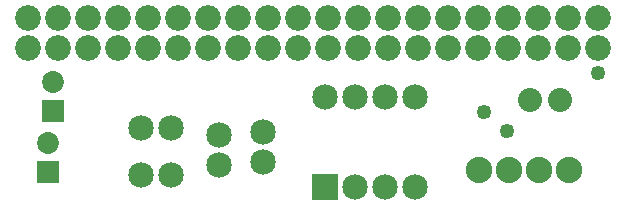
<source format=gbs>
G04 MADE WITH FRITZING*
G04 WWW.FRITZING.ORG*
G04 DOUBLE SIDED*
G04 HOLES PLATED*
G04 CONTOUR ON CENTER OF CONTOUR VECTOR*
%ASAXBY*%
%FSLAX23Y23*%
%MOIN*%
%OFA0B0*%
%SFA1.0B1.0*%
%ADD10C,0.085361*%
%ADD11C,0.085000*%
%ADD12C,0.080000*%
%ADD13C,0.088000*%
%ADD14C,0.072992*%
%ADD15C,0.049370*%
%ADD16R,0.085000X0.085000*%
%ADD17R,0.072992X0.072992*%
%LNMASK0*%
G90*
G70*
G54D10*
X1987Y655D03*
X1887Y655D03*
X1787Y655D03*
X1687Y655D03*
X1587Y655D03*
X1487Y655D03*
X1387Y655D03*
X1287Y655D03*
X1187Y655D03*
X1087Y655D03*
X987Y655D03*
X887Y655D03*
X787Y655D03*
X687Y655D03*
X587Y655D03*
X487Y655D03*
X387Y655D03*
X287Y655D03*
X187Y655D03*
X87Y655D03*
X87Y555D03*
X187Y555D03*
X287Y555D03*
X387Y555D03*
X487Y555D03*
X587Y555D03*
X687Y555D03*
X787Y555D03*
X887Y555D03*
X987Y555D03*
X1087Y555D03*
X1187Y555D03*
X1287Y555D03*
X1387Y555D03*
X1487Y555D03*
X1587Y555D03*
X1687Y555D03*
X1787Y555D03*
X1887Y555D03*
X1987Y555D03*
G54D11*
X1079Y90D03*
X1079Y390D03*
X1179Y90D03*
X1179Y390D03*
X1279Y90D03*
X1279Y390D03*
X1379Y90D03*
X1379Y390D03*
G54D12*
X1860Y382D03*
X1760Y382D03*
G54D11*
X872Y173D03*
X872Y273D03*
X724Y165D03*
X724Y265D03*
G54D13*
X1892Y148D03*
X1792Y148D03*
X1692Y148D03*
X1592Y148D03*
G54D14*
X156Y141D03*
X156Y239D03*
G54D11*
X565Y131D03*
X465Y131D03*
X565Y287D03*
X465Y287D03*
G54D14*
X170Y343D03*
X170Y442D03*
G54D15*
X1686Y277D03*
X1607Y340D03*
X1988Y471D03*
G54D16*
X1079Y90D03*
G54D17*
X156Y141D03*
X170Y343D03*
G04 End of Mask0*
M02*
</source>
